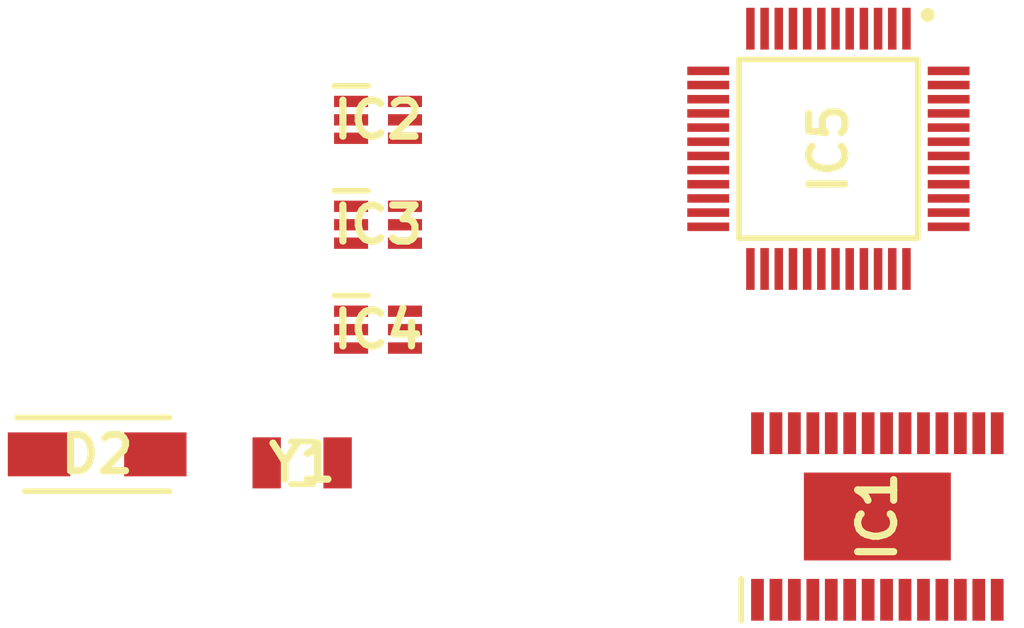
<source format=kicad_pcb>
(kicad_pcb (version 20221018) (generator pcbnew)
  (layers (0 "F.Cu" signal) (31 "B.Cu" signal) (34 "B.Paste" user) (35 "F.Paste" user) (36 "B.SilkS" user "B.Silkscreen") (37 "F.SilkS" user "F.Silkscreen") (38 "B.Mask" user) (39 "F.Mask" user) (44 "Edge.Cuts" user))
  (net 0 "")
  (net 1 "Net-(IC1-CPL)")
  (net 2 "Net-(IC1-CPH)")
  (net 3 "Net-(IC1-VCP)")
  (net 4 "VCC")
  (net 5 "/OUT1")
  (net 6 "/OUT2")
  (net 7 "/OUT3")
  (net 12 "GND")
  (net 13 "/V3P3_OUT")
  (net 14 "/RESET")
  (net 15 "/SLEEP")
  (net 16 "/FAULT")
  (net 17 "/EN3")
  (net 18 "/IN3")
  (net 19 "/EN2")
  (net 20 "/IN2")
  (net 21 "/EN1")
  (net 22 "/IN1")
  (net 23 "/Motor0_U")
  (net 24 "/ISense_U")
  (net 25 "/Motor0_V")
  (net 26 "/ISense_V")
  (net 27 "/Motor0_W")
  (net 28 "/ISense_W")
  (net 31 "/OSC32_IN")
  (net 32 "/OSC32_OUT")
  (footprint "SamacSys_Parts:32768KHZYST310S" (layer "F.Cu") (at 39.64 42.88)
    (fp_text reference "Y1" (at 0 0) (layer "F.SilkS") (effects (font (size 1.27 1.27) (thickness 0.254))))
    (fp_text value "32.768KHZ_YST310S" hide)
    (fp_line (start -0.4 -0.75) (end 0.4 -0.75) (stroke (width 0.2)) (layer "F.SilkS"))
    (fp_line (start -0.4 0.75) (end 0.4 0.75) (stroke (width 0.2)) (layer "F.SilkS"))
    (pad "1" smd rect (at -1.25 0) (size 1 1.8) (layers "F.Cu" "F.Paste" "F.Mask") (net 32 "/OSC32_OUT"))
    (pad "2" smd rect (at 1.25 0) (size 1 1.8) (layers "F.Cu" "F.Paste" "F.Mask") (net 31 "/OSC32_IN"))
  )
  (footprint "SamacSys_Parts:DIOM5126X245N" (layer "F.Cu") (at 32.415 42.58)
    (fp_text reference "D2" (at 0 0) (layer "F.SilkS") (effects (font (size 1.27 1.27) (thickness 0.254))))
    (fp_text value "SS54" hide)
    (fp_line (start -2.55 1.3) (end 2.55 1.3) (stroke (width 0.2)) (layer "F.SilkS"))
    (fp_line (start 2.55 -1.3) (end -2.825 -1.3) (stroke (width 0.2)) (layer "F.SilkS"))
    (pad "1" smd rect (at -2.05 0 90) (size 1.55 2.2) (layers "F.Cu" "F.Paste" "F.Mask") (net 4 "VCC"))
    (pad "2" smd rect (at 2.05 0 90) (size 1.55 2.2) (layers "F.Cu" "F.Paste" "F.Mask") (net 12 "GND"))
  )
  (footprint "SamacSys_Parts:QFP50P900X900X160-48N" (layer "F.Cu") (at 58.19 31.802 -90)
    (fp_text reference "IC5" (at 0 0 90) (layer "F.SilkS") (effects (font (size 1.27 1.27) (thickness 0.254))))
    (fp_text value "STM32F103C8T6TR" hide)
    (fp_line (start -3.15 -3.15) (end 3.15 -3.15) (stroke (width 0.2)) (layer "F.SilkS"))
    (fp_line (start -3.15 3.15) (end -3.15 -3.15) (stroke (width 0.2)) (layer "F.SilkS"))
    (fp_line (start 3.15 -3.15) (end 3.15 3.15) (stroke (width 0.2)) (layer "F.SilkS"))
    (fp_line (start 3.15 3.15) (end -3.15 3.15) (stroke (width 0.2)) (layer "F.SilkS"))
    (fp_circle (center -4.725 -3.5) (end -4.725 -3.375) (stroke (width 0.25)) (fill none) (layer "F.SilkS"))
    (pad "1" smd rect (at -4.238 -2.75) (size 0.3 1.475) (layers "F.Cu" "F.Paste" "F.Mask"))
    (pad "2" smd rect (at -4.238 -2.25) (size 0.3 1.475) (layers "F.Cu" "F.Paste" "F.Mask"))
    (pad "3" smd rect (at -4.238 -1.75) (size 0.3 1.475) (layers "F.Cu" "F.Paste" "F.Mask") (net 31 "/OSC32_IN"))
    (pad "4" smd rect (at -4.238 -1.25) (size 0.3 1.475) (layers "F.Cu" "F.Paste" "F.Mask") (net 32 "/OSC32_OUT"))
    (pad "5" smd rect (at -4.238 -0.75) (size 0.3 1.475) (layers "F.Cu" "F.Paste" "F.Mask"))
    (pad "6" smd rect (at -4.238 -0.25) (size 0.3 1.475) (layers "F.Cu" "F.Paste" "F.Mask"))
    (pad "7" smd rect (at -4.238 0.25) (size 0.3 1.475) (layers "F.Cu" "F.Paste" "F.Mask"))
    (pad "8" smd rect (at -4.238 0.75) (size 0.3 1.475) (layers "F.Cu" "F.Paste" "F.Mask"))
    (pad "9" smd rect (at -4.238 1.25) (size 0.3 1.475) (layers "F.Cu" "F.Paste" "F.Mask"))
    (pad "10" smd rect (at -4.238 1.75) (size 0.3 1.475) (layers "F.Cu" "F.Paste" "F.Mask") (net 24 "/ISense_U"))
    (pad "11" smd rect (at -4.238 2.25) (size 0.3 1.475) (layers "F.Cu" "F.Paste" "F.Mask") (net 26 "/ISense_V"))
    (pad "12" smd rect (at -4.238 2.75) (size 0.3 1.475) (layers "F.Cu" "F.Paste" "F.Mask") (net 28 "/ISense_W"))
    (pad "13" smd rect (at -2.75 4.238 270) (size 0.3 1.475) (layers "F.Cu" "F.Paste" "F.Mask"))
    (pad "14" smd rect (at -2.25 4.238 270) (size 0.3 1.475) (layers "F.Cu" "F.Paste" "F.Mask"))
    (pad "15" smd rect (at -1.75 4.238 270) (size 0.3 1.475) (layers "F.Cu" "F.Paste" "F.Mask"))
    (pad "16" smd rect (at -1.25 4.238 270) (size 0.3 1.475) (layers "F.Cu" "F.Paste" "F.Mask"))
    (pad "17" smd rect (at -0.75 4.238 270) (size 0.3 1.475) (layers "F.Cu" "F.Paste" "F.Mask"))
    (pad "18" smd rect (at -0.25 4.238 270) (size 0.3 1.475) (layers "F.Cu" "F.Paste" "F.Mask"))
    (pad "19" smd rect (at 0.25 4.238 270) (size 0.3 1.475) (layers "F.Cu" "F.Paste" "F.Mask"))
    (pad "20" smd rect (at 0.75 4.238 270) (size 0.3 1.475) (layers "F.Cu" "F.Paste" "F.Mask"))
    (pad "21" smd rect (at 1.25 4.238 270) (size 0.3 1.475) (layers "F.Cu" "F.Paste" "F.Mask"))
    (pad "22" smd rect (at 1.75 4.238 270) (size 0.3 1.475) (layers "F.Cu" "F.Paste" "F.Mask"))
    (pad "23" smd rect (at 2.25 4.238 270) (size 0.3 1.475) (layers "F.Cu" "F.Paste" "F.Mask"))
    (pad "24" smd rect (at 2.75 4.238 270) (size 0.3 1.475) (layers "F.Cu" "F.Paste" "F.Mask"))
    (pad "25" smd rect (at 4.238 2.75) (size 0.3 1.475) (layers "F.Cu" "F.Paste" "F.Mask"))
    (pad "26" smd rect (at 4.238 2.25) (size 0.3 1.475) (layers "F.Cu" "F.Paste" "F.Mask"))
    (pad "27" smd rect (at 4.238 1.75) (size 0.3 1.475) (layers "F.Cu" "F.Paste" "F.Mask"))
    (pad "28" smd rect (at 4.238 1.25) (size 0.3 1.475) (layers "F.Cu" "F.Paste" "F.Mask"))
    (pad "29" smd rect (at 4.238 0.75) (size 0.3 1.475) (layers "F.Cu" "F.Paste" "F.Mask") (net 22 "/IN1"))
    (pad "30" smd rect (at 4.238 0.25) (size 0.3 1.475) (layers "F.Cu" "F.Paste" "F.Mask") (net 20 "/IN2"))
    (pad "31" smd rect (at 4.238 -0.25) (size 0.3 1.475) (layers "F.Cu" "F.Paste" "F.Mask") (net 18 "/IN3"))
    (pad "32" smd rect (at 4.238 -0.75) (size 0.3 1.475) (layers "F.Cu" "F.Paste" "F.Mask"))
    (pad "33" smd rect (at 4.238 -1.25) (size 0.3 1.475) (layers "F.Cu" "F.Paste" "F.Mask"))
    (pad "34" smd rect (at 4.238 -1.75) (size 0.3 1.475) (layers "F.Cu" "F.Paste" "F.Mask"))
    (pad "35" smd rect (at 4.238 -2.25) (size 0.3 1.475) (layers "F.Cu" "F.Paste" "F.Mask"))
    (pad "36" smd rect (at 4.238 -2.75) (size 0.3 1.475) (layers "F.Cu" "F.Paste" "F.Mask"))
    (pad "37" smd rect (at 2.75 -4.238 270) (size 0.3 1.475) (layers "F.Cu" "F.Paste" "F.Mask"))
    (pad "38" smd rect (at 2.25 -4.238 270) (size 0.3 1.475) (layers "F.Cu" "F.Paste" "F.Mask"))
    (pad "39" smd rect (at 1.75 -4.238 270) (size 0.3 1.475) (layers "F.Cu" "F.Paste" "F.Mask"))
    (pad "40" smd rect (at 1.25 -4.238 270) (size 0.3 1.475) (layers "F.Cu" "F.Paste" "F.Mask"))
    (pad "41" smd rect (at 0.75 -4.238 270) (size 0.3 1.475) (layers "F.Cu" "F.Paste" "F.Mask"))
    (pad "42" smd rect (at 0.25 -4.238 270) (size 0.3 1.475) (layers "F.Cu" "F.Paste" "F.Mask"))
    (pad "43" smd rect (at -0.25 -4.238 270) (size 0.3 1.475) (layers "F.Cu" "F.Paste" "F.Mask"))
    (pad "44" smd rect (at -0.75 -4.238 270) (size 0.3 1.475) (layers "F.Cu" "F.Paste" "F.Mask"))
    (pad "45" smd rect (at -1.25 -4.238 270) (size 0.3 1.475) (layers "F.Cu" "F.Paste" "F.Mask"))
    (pad "46" smd rect (at -1.75 -4.238 270) (size 0.3 1.475) (layers "F.Cu" "F.Paste" "F.Mask"))
    (pad "47" smd rect (at -2.25 -4.238 270) (size 0.3 1.475) (layers "F.Cu" "F.Paste" "F.Mask"))
    (pad "48" smd rect (at -2.75 -4.238 270) (size 0.3 1.475) (layers "F.Cu" "F.Paste" "F.Mask"))
  )
  (footprint "SamacSys_Parts:SOT65P210X110-6N" (layer "F.Cu") (at 42.315 34.48)
    (fp_text reference "IC3" (at 0 0) (layer "F.SilkS") (effects (font (size 1.27 1.27) (thickness 0.254))))
    (fp_text value "INA199A1DCKR" hide)
    (fp_line (start -1.55 -1.2) (end -0.35 -1.2) (stroke (width 0.2)) (layer "F.SilkS"))
    (pad "1" smd rect (at -0.95 -0.65 90) (size 0.4 1.2) (layers "F.Cu" "F.Paste" "F.Mask") (net 12 "GND"))
    (pad "2" smd rect (at -0.95 0 90) (size 0.4 1.2) (layers "F.Cu" "F.Paste" "F.Mask") (net 12 "GND"))
    (pad "3" smd rect (at -0.95 0.65 90) (size 0.4 1.2) (layers "F.Cu" "F.Paste" "F.Mask") (net 13 "/V3P3_OUT"))
    (pad "4" smd rect (at 0.95 0.65 90) (size 0.4 1.2) (layers "F.Cu" "F.Paste" "F.Mask") (net 25 "/Motor0_V"))
    (pad "5" smd rect (at 0.95 0 90) (size 0.4 1.2) (layers "F.Cu" "F.Paste" "F.Mask") (net 6 "/OUT2"))
    (pad "6" smd rect (at 0.95 -0.65 90) (size 0.4 1.2) (layers "F.Cu" "F.Paste" "F.Mask") (net 26 "/ISense_V"))
  )
  (footprint "SamacSys_Parts:SOP65P640X120-29N" (layer "F.Cu") (at 59.915 44.772 90)
    (fp_text reference "IC1" (at 0 0 90) (layer "F.SilkS") (effects (font (size 1.27 1.27) (thickness 0.254))))
    (fp_text value "DRV8313PWP" hide)
    (fp_line (start -3.675 -4.8) (end -2.2 -4.8) (stroke (width 0.2)) (layer "F.SilkS"))
    (pad "1" smd rect (at -2.938 -4.225 180) (size 0.45 1.475) (layers "F.Cu" "F.Paste" "F.Mask") (net 1 "Net-(IC1-CPL)"))
    (pad "2" smd rect (at -2.938 -3.575 180) (size 0.45 1.475) (layers "F.Cu" "F.Paste" "F.Mask") (net 2 "Net-(IC1-CPH)"))
    (pad "3" smd rect (at -2.938 -2.925 180) (size 0.45 1.475) (layers "F.Cu" "F.Paste" "F.Mask") (net 3 "Net-(IC1-VCP)"))
    (pad "4" smd rect (at -2.938 -2.275 180) (size 0.45 1.475) (layers "F.Cu" "F.Paste" "F.Mask") (net 4 "VCC"))
    (pad "5" smd rect (at -2.938 -1.625 180) (size 0.45 1.475) (layers "F.Cu" "F.Paste" "F.Mask") (net 5 "/OUT1"))
    (pad "6" smd rect (at -2.938 -0.975 180) (size 0.45 1.475) (layers "F.Cu" "F.Paste" "F.Mask") (net 12 "GND"))
    (pad "7" smd rect (at -2.938 -0.325 180) (size 0.45 1.475) (layers "F.Cu" "F.Paste" "F.Mask") (net 12 "GND"))
    (pad "8" smd rect (at -2.938 0.325 180) (size 0.45 1.475) (layers "F.Cu" "F.Paste" "F.Mask") (net 6 "/OUT2"))
    (pad "9" smd rect (at -2.938 0.975 180) (size 0.45 1.475) (layers "F.Cu" "F.Paste" "F.Mask") (net 7 "/OUT3"))
    (pad "10" smd rect (at -2.938 1.625 180) (size 0.45 1.475) (layers "F.Cu" "F.Paste" "F.Mask") (net 12 "GND"))
    (pad "11" smd rect (at -2.938 2.275 180) (size 0.45 1.475) (layers "F.Cu" "F.Paste" "F.Mask") (net 4 "VCC"))
    (pad "12" smd rect (at -2.938 2.925 180) (size 0.45 1.475) (layers "F.Cu" "F.Paste" "F.Mask"))
    (pad "13" smd rect (at -2.938 3.575 180) (size 0.45 1.475) (layers "F.Cu" "F.Paste" "F.Mask"))
    (pad "14" smd rect (at -2.938 4.225 180) (size 0.45 1.475) (layers "F.Cu" "F.Paste" "F.Mask") (net 12 "GND"))
    (pad "15" smd rect (at 2.938 4.225 180) (size 0.45 1.475) (layers "F.Cu" "F.Paste" "F.Mask") (net 13 "/V3P3_OUT"))
    (pad "16" smd rect (at 2.938 3.575 180) (size 0.45 1.475) (layers "F.Cu" "F.Paste" "F.Mask") (net 14 "/RESET"))
    (pad "17" smd rect (at 2.938 2.925 180) (size 0.45 1.475) (layers "F.Cu" "F.Paste" "F.Mask") (net 15 "/SLEEP"))
    (pad "18" smd rect (at 2.938 2.275 180) (size 0.45 1.475) (layers "F.Cu" "F.Paste" "F.Mask") (net 16 "/FAULT"))
    (pad "19" smd rect (at 2.938 1.625 180) (size 0.45 1.475) (layers "F.Cu" "F.Paste" "F.Mask"))
    (pad "20" smd rect (at 2.938 0.975 180) (size 0.45 1.475) (layers "F.Cu" "F.Paste" "F.Mask") (net 12 "GND"))
    (pad "21" smd rect (at 2.938 0.325 180) (size 0.45 1.475) (layers "F.Cu" "F.Paste" "F.Mask"))
    (pad "22" smd rect (at 2.938 -0.325 180) (size 0.45 1.475) (layers "F.Cu" "F.Paste" "F.Mask") (net 17 "/EN3"))
    (pad "23" smd rect (at 2.938 -0.975 180) (size 0.45 1.475) (layers "F.Cu" "F.Paste" "F.Mask") (net 18 "/IN3"))
    (pad "24" smd rect (at 2.938 -1.625 180) (size 0.45 1.475) (layers "F.Cu" "F.Paste" "F.Mask") (net 19 "/EN2"))
    (pad "25" smd rect (at 2.938 -2.275 180) (size 0.45 1.475) (layers "F.Cu" "F.Paste" "F.Mask") (net 20 "/IN2"))
    (pad "26" smd rect (at 2.938 -2.925 180) (size 0.45 1.475) (layers "F.Cu" "F.Paste" "F.Mask") (net 21 "/EN1"))
    (pad "27" smd rect (at 2.938 -3.575 180) (size 0.45 1.475) (layers "F.Cu" "F.Paste" "F.Mask") (net 22 "/IN1"))
    (pad "28" smd rect (at 2.938 -4.225 180) (size 0.45 1.475) (layers "F.Cu" "F.Paste" "F.Mask") (net 12 "GND"))
    (pad "29" smd rect (at 0 0 90) (size 3.1 5.18) (layers "F.Cu" "F.Paste" "F.Mask") (net 12 "GND"))
  )
  (footprint "SamacSys_Parts:SOT65P210X110-6N" (layer "F.Cu") (at 42.315 30.78)
    (fp_text reference "IC2" (at 0 0) (layer "F.SilkS") (effects (font (size 1.27 1.27) (thickness 0.254))))
    (fp_text value "INA199A1DCKR" hide)
    (fp_line (start -1.55 -1.2) (end -0.35 -1.2) (stroke (width 0.2)) (layer "F.SilkS"))
    (pad "1" smd rect (at -0.95 -0.65 90) (size 0.4 1.2) (layers "F.Cu" "F.Paste" "F.Mask") (net 12 "GND"))
    (pad "2" smd rect (at -0.95 0 90) (size 0.4 1.2) (layers "F.Cu" "F.Paste" "F.Mask") (net 12 "GND"))
    (pad "3" smd rect (at -0.95 0.65 90) (size 0.4 1.2) (layers "F.Cu" "F.Paste" "F.Mask") (net 13 "/V3P3_OUT"))
    (pad "4" smd rect (at 0.95 0.65 90) (size 0.4 1.2) (layers "F.Cu" "F.Paste" "F.Mask") (net 23 "/Motor0_U"))
    (pad "5" smd rect (at 0.95 0 90) (size 0.4 1.2) (layers "F.Cu" "F.Paste" "F.Mask") (net 5 "/OUT1"))
    (pad "6" smd rect (at 0.95 -0.65 90) (size 0.4 1.2) (layers "F.Cu" "F.Paste" "F.Mask") (net 24 "/ISense_U"))
  )
  (footprint "SamacSys_Parts:SOT65P210X110-6N" (layer "F.Cu") (at 42.315 38.18)
    (fp_text reference "IC4" (at 0 0) (layer "F.SilkS") (effects (font (size 1.27 1.27) (thickness 0.254))))
    (fp_text value "INA199A1DCKR" hide)
    (fp_line (start -1.55 -1.2) (end -0.35 -1.2) (stroke (width 0.2)) (layer "F.SilkS"))
    (pad "1" smd rect (at -0.95 -0.65 90) (size 0.4 1.2) (layers "F.Cu" "F.Paste" "F.Mask") (net 12 "GND"))
    (pad "2" smd rect (at -0.95 0 90) (size 0.4 1.2) (layers "F.Cu" "F.Paste" "F.Mask") (net 12 "GND"))
    (pad "3" smd rect (at -0.95 0.65 90) (size 0.4 1.2) (layers "F.Cu" "F.Paste" "F.Mask") (net 13 "/V3P3_OUT"))
    (pad "4" smd rect (at 0.95 0.65 90) (size 0.4 1.2) (layers "F.Cu" "F.Paste" "F.Mask") (net 27 "/Motor0_W"))
    (pad "5" smd rect (at 0.95 0 90) (size 0.4 1.2) (layers "F.Cu" "F.Paste" "F.Mask") (net 7 "/OUT3"))
    (pad "6" smd rect (at 0.95 -0.65 90) (size 0.4 1.2) (layers "F.Cu" "F.Paste" "F.Mask") (net 28 "/ISense_W"))
  )
)
</source>
